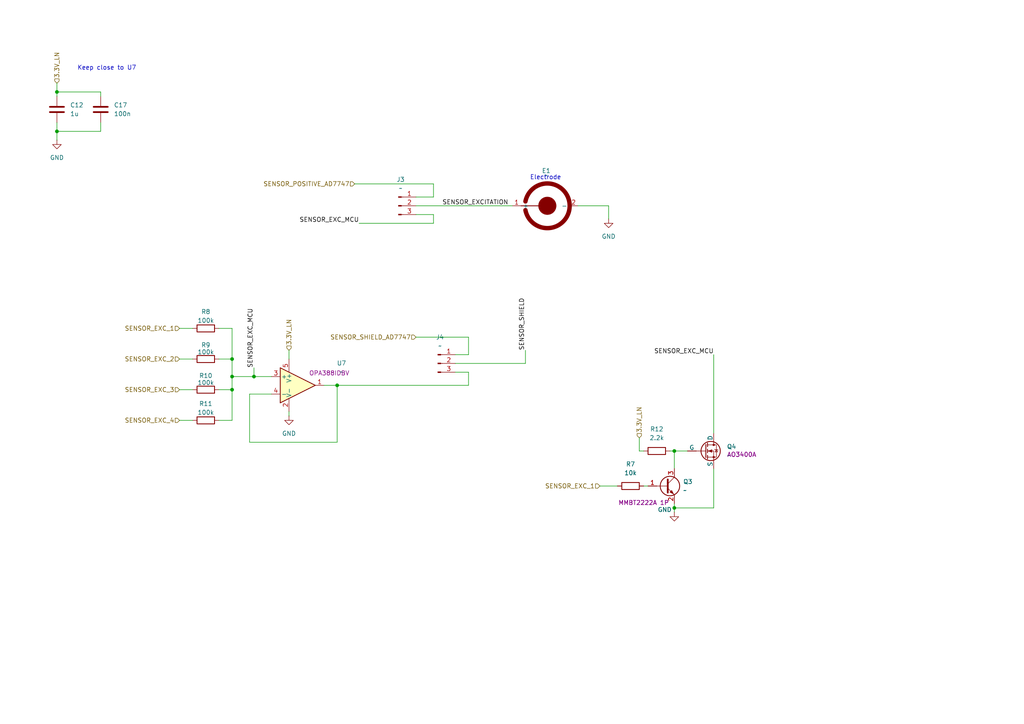
<source format=kicad_sch>
(kicad_sch (version 20250114) (generator "eeschema") (generator_version "9.0")
  (paper "A4")
  (title_block (title "${SHEETNAME}") (rev "${VERSION}") (company "${COMPANY}"))
  (lib_symbols
    (symbol "symbols:BC847" (pin_names (offset 0) (hide yes))
      (property "Reference" "Q" (at 5.08 1.905 0))
      (property "Value" "BC847" (at 5.08 0 0))
      (symbol "BC847_0_1"
        (polyline (pts (xy -2.54 0) (xy 0.635 0)))
        (polyline (pts (xy 0.635 1.905) (xy 0.635 -1.905)) (stroke (width 0.508)))
        (circle (center 1.27 0) (radius 2.8194) (stroke (width 0.254)))
      )
      (symbol "BC847_1_1"
        (polyline (pts (xy 0.635 0.635) (xy 2.54 2.54)))
        (polyline (pts (xy 0.635 -0.635) (xy 2.54 -2.54)))
        (polyline (pts (xy 1.27 -1.778) (xy 1.778 -1.27) (xy 2.286 -2.286) (xy 1.27 -1.778)) (fill (type outline)))
        (pin input line (at -5.08 0 0) (length 2.54) (name "B") (number "1"))
        (pin passive line (at 2.54 5.08 270) (length 2.54) (name "C") (number "3"))
        (pin passive line (at 2.54 -5.08 90) (length 2.54) (name "E") (number "2"))
      )
    )
    (symbol "symbols:C" (pin_numbers (hide yes)) (pin_names (offset 0.254))
      (property "Reference" "C" (at 0.635 2.54 0))
      (property "Value" "C" (at 0.635 -2.54 0))
      (symbol "C_0_1"
        (polyline (pts (xy -2.032 0.762) (xy 2.032 0.762)) (stroke (width 0.508)))
        (polyline (pts (xy -2.032 -0.762) (xy 2.032 -0.762)) (stroke (width 0.508)))
      )
      (symbol "C_1_1"
        (pin passive line (at 0 3.81 270) (length 2.794) (name "~") (number "1"))
        (pin passive line (at 0 -3.81 90) (length 2.794) (name "~") (number "2"))
      )
    )
    (symbol "symbols:CapacitiveElectrode-2_electrodes"
      (property "Reference" "E" (at 0 0 0))
      (symbol "CapacitiveElectrode-2_electrodes_1_1"
        (polyline (pts (xy -7.62 0) (xy -2.54 0)) (stroke (width 0.254)))
        (arc (start -6.35 1.27) (mid 6.4758 0) (end -6.35 -1.27) (stroke (width 1.27)))
        (circle (center 0 0) (radius 2.54) (fill (type outline)))
        (pin input line (at -10.16 0 0) (length 2.54) (name "+") (number "1"))
        (pin input line (at 8.89 0 180) (length 2.54) (name "-") (number "2"))
      )
    )
    (symbol "symbols:Conn_01x03_Pin" (pin_names (offset 1.016) (hide yes))
      (property "Reference" "J" (at 0 5.08 0))
      (property "Value" "Conn_01x03_Pin" (at 0 -5.08 0))
      (symbol "Conn_01x03_Pin_1_1"
        (rectangle (start 0.8636 2.667) (end 0 2.413) (stroke (width 0.1524)) (fill (type outline)))
        (rectangle (start 0.8636 0.127) (end 0 -0.127) (stroke (width 0.1524)) (fill (type outline)))
        (rectangle (start 0.8636 -2.413) (end 0 -2.667) (stroke (width 0.1524)) (fill (type outline)))
        (polyline (pts (xy 1.27 2.54) (xy 0.8636 2.54)) (stroke (width 0.1524)))
        (polyline (pts (xy 1.27 0) (xy 0.8636 0)) (stroke (width 0.1524)))
        (polyline (pts (xy 1.27 -2.54) (xy 0.8636 -2.54)) (stroke (width 0.1524)))
        (pin passive line (at 5.08 2.54 180) (length 3.81) (name "Pin_1") (number "1"))
        (pin passive line (at 5.08 0 180) (length 3.81) (name "Pin_2") (number "2"))
        (pin passive line (at 5.08 -2.54 180) (length 3.81) (name "Pin_3") (number "3"))
      )
    )
    (symbol "symbols:GND" (power) (pin_numbers (hide yes)) (pin_names (offset 0) (hide yes))
      (property "Value" "GND" (at 0 -3.81 0))
      (symbol "GND_0_1"
        (polyline (pts (xy 0 0) (xy 0 -1.27) (xy 1.27 -1.27) (xy 0 -2.54) (xy -1.27 -1.27) (xy 0 -1.27)))
      )
      (symbol "GND_1_1"
        (pin power_in line (at 0 0 270) (length 0) (name "~") (number "1"))
      )
    )
    (symbol "symbols:NMOS" (pin_numbers (hide yes)) (pin_names (offset 0))
      (property "Reference" "Q" (at 5.08 1.27 0))
      (property "Value" "NMOS" (at 5.08 -1.27 0))
      (symbol "NMOS_0_1"
        (polyline (pts (xy 0.254 1.905) (xy 0.254 -1.905)) (stroke (width 0.254)))
        (polyline (pts (xy 0.254 0) (xy -2.54 0)))
        (polyline (pts (xy 0.762 2.286) (xy 0.762 1.27)) (stroke (width 0.254)))
        (polyline (pts (xy 0.762 0.508) (xy 0.762 -0.508)) (stroke (width 0.254)))
        (polyline (pts (xy 0.762 -1.27) (xy 0.762 -2.286)) (stroke (width 0.254)))
        (polyline (pts (xy 0.762 -1.778) (xy 3.302 -1.778) (xy 3.302 1.778) (xy 0.762 1.778)))
        (polyline (pts (xy 1.016 0) (xy 2.032 0.381) (xy 2.032 -0.381) (xy 1.016 0)) (fill (type outline)))
        (circle (center 1.651 0) (radius 2.794) (stroke (width 0.254)))
        (polyline (pts (xy 2.54 2.54) (xy 2.54 1.778)))
        (circle (center 2.54 1.778) (radius 0.254) (fill (type outline)))
        (circle (center 2.54 -1.778) (radius 0.254) (fill (type outline)))
        (polyline (pts (xy 2.54 -2.54) (xy 2.54 0) (xy 0.762 0)))
        (polyline (pts (xy 2.794 0.508) (xy 2.921 0.381) (xy 3.683 0.381) (xy 3.81 0.254)))
        (polyline (pts (xy 3.302 0.381) (xy 2.921 -0.254) (xy 3.683 -0.254) (xy 3.302 0.381)))
      )
      (symbol "NMOS_1_1"
        (pin input line (at -5.08 0 0) (length 2.54) (name "G") (number "2"))
        (pin passive line (at 2.54 5.08 270) (length 2.54) (name "D") (number "1"))
        (pin passive line (at 2.54 -5.08 90) (length 2.54) (name "S") (number "3"))
      )
    )
    (symbol "symbols:OPAMP" (pin_names (offset 0.254))
      (property "Reference" "U7" (at 7.62 5.0486 0))
      (property "Value" "OPA388IDBV" (at 7.62 3.1435 0))
      (symbol "OPAMP_0_1"
        (polyline (pts (xy 5.08 0) (xy -5.08 5.08) (xy -5.08 -5.08) (xy 5.08 0)) (stroke (width 0.254)) (fill (type background)))
      )
      (symbol "OPAMP_1_1"
        (pin input line (at -7.62 2.54 0) (length 2.54) (name "+") (number "3"))
        (pin input line (at -7.62 -2.54 0) (length 2.54) (name "-") (number "4"))
        (pin power_in line (at -2.54 7.62 270) (length 3.81) (name "V+") (number "5"))
        (pin power_in line (at -2.54 -7.62 90) (length 3.81) (name "V-") (number "2"))
        (pin output line (at 7.62 0 180) (length 2.54) (name "~") (number "1"))
      )
    )
    (symbol "symbols:R" (pin_numbers (hide yes)) (pin_names (offset 0))
      (property "Reference" "R" (at 2.032 0 90))
      (property "Value" "R" (at 0 0 90))
      (symbol "R_0_1"
        (rectangle (start -1.016 -2.54) (end 1.016 2.54) (stroke (width 0.254)))
      )
      (symbol "R_1_1"
        (pin passive line (at 0 3.81 270) (length 1.27) (name "~") (number "1"))
        (pin passive line (at 0 -3.81 90) (length 1.27) (name "~") (number "2"))
      )
    )
  )
  (text "Keep close to U7\n\n\n\n" (at 30.988 22.86 0) (effects (font (size 1.27 1.27))))
  (text "Electrode" (at 158.242 51.562 0) (effects (font (size 1.27 1.27))))
  (junction (at 67.31 109.22))
  (junction (at 195.58 130.81))
  (junction (at 195.58 147.32))
  (junction (at 16.51 26.67))
  (junction (at 16.51 38.1))
  (junction (at 67.31 113.03))
  (junction (at 73.66 109.22))
  (junction (at 67.31 104.14))
  (junction (at 97.79 111.76))
  (wire (pts (xy 173.99 140.97) (xy 179.07 140.97)))
  (wire (pts (xy 176.53 63.5) (xy 176.53 59.69)))
  (wire (pts (xy 195.58 147.32) (xy 207.01 147.32)))
  (wire (pts (xy 195.58 146.05) (xy 195.58 147.32)))
  (wire (pts (xy 104.14 64.77) (xy 125.73 64.77)))
  (wire (pts (xy 67.31 95.25) (xy 63.5 95.25)))
  (wire (pts (xy 195.58 130.81) (xy 199.39 130.81)))
  (wire (pts (xy 63.5 113.03) (xy 67.31 113.03)))
  (wire (pts (xy 97.79 111.76) (xy 93.98 111.76)))
  (wire (pts (xy 67.31 109.22) (xy 73.66 109.22)))
  (wire (pts (xy 52.07 113.03) (xy 55.88 113.03)))
  (wire (pts (xy 52.07 104.14) (xy 55.88 104.14)))
  (wire (pts (xy 97.79 111.76) (xy 135.89 111.76)))
  (wire (pts (xy 125.73 62.23) (xy 125.73 64.77)))
  (wire (pts (xy 73.66 106.68) (xy 73.66 109.22)))
  (wire (pts (xy 207.01 102.87) (xy 207.01 125.73)))
  (wire (pts (xy 67.31 113.03) (xy 67.31 109.22)))
  (wire (pts (xy 135.89 111.76) (xy 135.89 107.95)))
  (wire (pts (xy 16.51 24.13) (xy 16.51 26.67)))
  (wire (pts (xy 120.65 57.15) (xy 125.73 57.15)))
  (wire (pts (xy 186.69 130.81) (xy 185.42 130.81)))
  (wire (pts (xy 194.31 130.81) (xy 195.58 130.81)))
  (wire (pts (xy 52.07 121.92) (xy 55.88 121.92)))
  (wire (pts (xy 67.31 109.22) (xy 67.31 104.14)))
  (wire (pts (xy 67.31 121.92) (xy 67.31 113.03)))
  (wire (pts (xy 83.82 119.38) (xy 83.82 120.65)))
  (wire (pts (xy 16.51 26.67) (xy 29.21 26.67)))
  (wire (pts (xy 16.51 26.67) (xy 16.51 27.94)))
  (wire (pts (xy 135.89 102.87) (xy 135.89 97.79)))
  (wire (pts (xy 67.31 104.14) (xy 67.31 95.25)))
  (wire (pts (xy 63.5 104.14) (xy 67.31 104.14)))
  (wire (pts (xy 120.65 62.23) (xy 125.73 62.23)))
  (wire (pts (xy 63.5 121.92) (xy 67.31 121.92)))
  (wire (pts (xy 29.21 38.1) (xy 16.51 38.1)))
  (wire (pts (xy 125.73 53.34) (xy 125.73 57.15)))
  (wire (pts (xy 16.51 35.56) (xy 16.51 38.1)))
  (wire (pts (xy 152.4 101.6) (xy 152.4 105.41)))
  (wire (pts (xy 29.21 35.56) (xy 29.21 38.1)))
  (wire (pts (xy 72.39 114.3) (xy 72.39 128.27)))
  (wire (pts (xy 83.82 101.6) (xy 83.82 104.14)))
  (wire (pts (xy 78.74 114.3) (xy 72.39 114.3)))
  (wire (pts (xy 120.65 97.79) (xy 135.89 97.79)))
  (wire (pts (xy 132.08 102.87) (xy 135.89 102.87)))
  (wire (pts (xy 195.58 130.81) (xy 195.58 135.89)))
  (wire (pts (xy 195.58 147.32) (xy 195.58 148.59)))
  (wire (pts (xy 186.69 140.97) (xy 187.96 140.97)))
  (wire (pts (xy 132.08 105.41) (xy 152.4 105.41)))
  (wire (pts (xy 120.65 59.69) (xy 148.59 59.69)))
  (wire (pts (xy 29.21 27.94) (xy 29.21 26.67)))
  (wire (pts (xy 135.89 107.95) (xy 132.08 107.95)))
  (wire (pts (xy 73.66 109.22) (xy 78.74 109.22)))
  (wire (pts (xy 16.51 38.1) (xy 16.51 40.64)))
  (wire (pts (xy 97.79 128.27) (xy 97.79 111.76)))
  (wire (pts (xy 185.42 127) (xy 185.42 130.81)))
  (wire (pts (xy 102.87 53.34) (xy 125.73 53.34)))
  (wire (pts (xy 52.07 95.25) (xy 55.88 95.25)))
  (wire (pts (xy 72.39 128.27) (xy 97.79 128.27)))
  (wire (pts (xy 207.01 135.89) (xy 207.01 147.32)))
  (wire (pts (xy 167.64 59.69) (xy 176.53 59.69)))
  (label "SENSOR_SHIELD" (at 152.4 101.6 90))
  (label "SENSOR_EXC_MCU" (at 73.66 106.68 90))
  (label "SENSOR_EXC_MCU" (at 104.14 64.77 180))
  (label "SENSOR_EXCITATION" (at 128.27 59.69 0))
  (label "SENSOR_EXC_MCU" (at 207.01 102.87 180))
  (hierarchical_label "3.3V_LN" (shape input) (at 185.42 127 90))
  (hierarchical_label "SENSOR_EXC_3" (shape input) (at 52.07 113.03 180))
  (hierarchical_label "SENSOR_EXC_1" (shape input) (at 52.07 95.25 180))
  (hierarchical_label "SENSOR_SHIELD_AD7747" (shape input) (at 120.65 97.79 180))
  (hierarchical_label "SENSOR_EXC_1" (shape input) (at 173.99 140.97 180))
  (hierarchical_label "3.3V_LN" (shape input) (at 83.82 101.6 90))
  (hierarchical_label "SENSOR_EXC_4" (shape input) (at 52.07 121.92 180))
  (hierarchical_label "SENSOR_EXC_2" (shape input) (at 52.07 104.14 180))
  (hierarchical_label "SENSOR_POSITIVE_AD7747" (shape input) (at 102.87 53.34 180))
  (hierarchical_label "3.3V_LN" (shape input) (at 16.51 24.13 90))
  (symbol (lib_id "symbols:GND") (at 195.58 148.59 0) (unit 1)
    (property "Reference" "#PWR028" (effects (hide yes)))
    (property "Value" "GND" (at 192.786 147.828 0))
    (property "Description" "Power symbol creates a global label with name \"GND\" , ground" (effects (hide yes)))
  )
  (symbol (lib_id "symbols:OPAMP") (at 86.36 111.76 0) (unit 1)
    (property "Reference" "U7" (at 99.06 105.3398 0))
    (property "Value" "~" (at 99.06 107.8798 0))
    (property "Footprint" "footprints:SOT-23-5" (effects (hide yes)))
    (property "Datasheet" "https://ngspice.sourceforge.io/docs/ngspice-html-manual/manual.xhtml#sec__SUBCKT_Subcircuits" (effects (hide yes)))
    (property "Description" "Operational amplifier, single" (effects (hide yes)))
    (property "MPN" "OPA388IDBV" (at 95.504 108.204 0))
    (property "LCSC" "C1850240" (effects (hide yes)))
    (property "Sim.Pins" "1=in+ 2=in- 3=vcc 4=vee 5=out" (effects (hide yes)))
    (property "Sim.Device" "SUBCKT" (effects (hide yes)))
    (property "Sim.Library" "${KICAD8_SYMBOL_DIR}/Simulation_SPICE.sp" (effects (hide yes)))
    (property "Sim.Name" "kicad_builtin_opamp" (effects (hide yes)))
  )
  (symbol (lib_id "symbols:GND") (at 16.51 40.64 0) (unit 1)
    (property "Reference" "#PWR026" (effects (hide yes)))
    (property "Value" "GND" (at 16.51 45.72 0))
    (property "Description" "Power symbol creates a global label with name \"GND\" , ground" (effects (hide yes)))
  )
  (symbol (lib_id "symbols:R") (at 182.88 140.97 90) (unit 1)
    (property "Reference" "R7" (at 182.88 134.62 90))
    (property "Value" "10k" (at 182.88 137.16 90))
    (property "Footprint" "footprints:R_0603_1608Metric" (effects (hide yes)))
    (property "Description" "Resistor" (effects (hide yes)))
    (property "LCSC" "C25804" (effects (hide yes)))
  )
  (symbol (lib_id "symbols:R") (at 59.69 113.03 90) (unit 1)
    (property "Reference" "R10" (at 59.69 108.966 90))
    (property "Value" "100k" (at 59.69 110.998 90))
    (property "Footprint" "footprints:R_0603_1608Metric" (effects (hide yes)))
    (property "Description" "Resistor" (effects (hide yes)))
    (property "LCSC" "C25803" (effects (hide yes)))
  )
  (symbol (lib_id "symbols:R") (at 59.69 104.14 90) (unit 1)
    (property "Reference" "R9" (at 59.69 100.076 90))
    (property "Value" "100k" (at 59.69 102.108 90))
    (property "Footprint" "footprints:R_0603_1608Metric" (effects (hide yes)))
    (property "Description" "Resistor" (effects (hide yes)))
    (property "LCSC" "C25803" (effects (hide yes)))
  )
  (symbol (lib_id "symbols:R") (at 190.5 130.81 90) (unit 1)
    (property "Reference" "R12" (at 190.5 124.46 90))
    (property "Value" "2.2k" (at 190.5 127 90))
    (property "Footprint" "footprints:R_0603_1608Metric" (effects (hide yes)))
    (property "Description" "Resistor" (effects (hide yes)))
    (property "LCSC" "C4190" (effects (hide yes)))
  )
  (symbol (lib_id "symbols:NMOS") (at 204.47 130.81 0) (unit 1)
    (property "Reference" "Q4" (at 210.82 129.5399 0) (effects (justify left)))
    (property "Value" "~" (at 210.82 132.0799 0) (effects (justify left)))
    (property "Footprint" "footprints:SOT-23" (effects (hide yes)))
    (property "Datasheet" "https://ngspice.sourceforge.io/docs/ngspice-html-manual/manual.xhtml#cha_MOSFETs" (effects (hide yes)))
    (property "Description" "N-MOSFET transistor, drain/source/gate" (effects (hide yes)))
    (property "Sim.Device" "NMOS" (effects (hide yes)))
    (property "Sim.Pins" "1=D 2=G 3=S" (effects (hide yes)))
    (property "LCSC" "C20917" (effects (hide yes)))
    (property "Sim.Type" "VDMOS" (effects (hide yes)))
    (property "MPN" "AO3400A" (at 215.138 131.826 0))
  )
  (symbol (lib_id "symbols:Conn_01x03_Pin") (at 115.57 59.69 0) (unit 1)
    (property "Reference" "J3" (at 116.205 52.07 0))
    (property "Value" "~" (at 116.205 54.61 0))
    (property "Footprint" "footprints:PinHeader_1x03_P2.54mm_Vertical" (effects (hide yes)))
    (property "Description" "Generic connector, single row, 01x03, script generated" (effects (hide yes)))
    (property "LCSC" "C5383112" (effects (hide yes)))
    (property "MPN" "2541WV-03P" (effects (hide yes)))
  )
  (symbol (lib_id "symbols:BC847") (at 193.04 140.97 0) (unit 1)
    (property "Reference" "Q3" (at 198.12 139.6999 0) (effects (justify left)))
    (property "Value" "~" (at 198.12 142.2399 0) (effects (justify left)))
    (property "Footprint" "footprints:SOT-23" (effects (hide yes)))
    (property "Datasheet" "http://www.infineon.com/dgdl/Infineon-BC847SERIES_BC848SERIES_BC849SERIES_BC850SERIES-DS-v01_01-en.pdf?fileId=db3a304314dca389011541d4630a1657" (effects (hide yes)))
    (property "Description" "0.1A Ic, 45V Vce, NPN Transistor, SOT-23" (effects (hide yes)))
    (property "Sim.Device" "NPN" (effects (hide yes)))
    (property "Sim.Type" "GUMMELPOON" (effects (hide yes)))
    (property "Sim.Pins" "C=C B=B E=E" (effects (hide yes)))
    (property "LCSC" "C8512" (effects (hide yes)))
    (property "MPN" "MMBT2222A 1P" (at 186.69 145.796 0))
  )
  (symbol (lib_id "symbols:Conn_01x03_Pin") (at 127 105.41 0) (unit 1)
    (property "Reference" "J4" (at 127.635 97.79 0))
    (property "Value" "~" (at 127.635 100.33 0))
    (property "Footprint" "footprints:PinHeader_1x03_P2.54mm_Vertical" (effects (hide yes)))
    (property "Description" "Generic connector, single row, 01x03, script generated" (effects (hide yes)))
    (property "LCSC" "C5383112" (effects (hide yes)))
    (property "MPN" "2541WV-03P" (effects (hide yes)))
  )
  (symbol (lib_id "symbols:R") (at 59.69 95.25 90) (unit 1)
    (property "Reference" "R8" (at 59.69 90.424 90))
    (property "Value" "100k" (at 59.69 92.964 90))
    (property "Footprint" "footprints:R_0603_1608Metric" (effects (hide yes)))
    (property "Description" "Resistor" (effects (hide yes)))
    (property "LCSC" "C25803" (effects (hide yes)))
  )
  (symbol (lib_id "symbols:R") (at 59.69 121.92 90) (unit 1)
    (property "Reference" "R11" (at 59.69 117.094 90))
    (property "Value" "100k" (at 59.69 119.634 90))
    (property "Footprint" "footprints:R_0603_1608Metric" (effects (hide yes)))
    (property "Description" "Resistor" (effects (hide yes)))
    (property "LCSC" "C25803" (effects (hide yes)))
  )
  (symbol (lib_id "symbols:GND") (at 176.53 63.5 0) (unit 1)
    (property "Reference" "#PWR032" (effects (hide yes)))
    (property "Value" "GND" (at 176.53 68.58 0))
    (property "Description" "Power symbol creates a global label with name \"GND\" , ground" (effects (hide yes)))
  )
  (symbol (lib_id "symbols:C") (at 29.21 31.75 0) (unit 1)
    (property "Reference" "C17" (at 33.02 30.4799 0) (effects (justify left)))
    (property "Value" "100n" (at 33.02 33.0199 0) (effects (justify left)))
    (property "Footprint" "footprints:C_0603_1608Metric" (effects (hide yes)))
    (property "Description" "10V" (effects (hide yes)))
    (property "LCSC" "C14663" (effects (hide yes)))
  )
  (symbol (lib_id "symbols:C") (at 16.51 31.75 0) (unit 1)
    (property "Reference" "C12" (at 20.32 30.4799 0) (effects (justify left)))
    (property "Value" "1u" (at 20.32 33.0199 0) (effects (justify left)))
    (property "Footprint" "footprints:C_0603_1608Metric" (effects (hide yes)))
    (property "Description" "10V" (effects (hide yes)))
    (property "LCSC" "C15849" (effects (hide yes)))
  )
  (symbol (lib_id "symbols:CapacitiveElectrode-2_electrodes") (at 158.75 59.69 0) (unit 1) (in_bom no)
    (property "Reference" "E1" (at 158.4319 49.53 0))
    (property "Value" "~" (at 158.4319 50.8 0))
    (property "Footprint" "footprints:CapacitiveElectrode-round_20mmx70mm" (effects (hide yes)))
  )
  (symbol (lib_id "symbols:GND") (at 83.82 120.65 0) (unit 1)
    (property "Reference" "#PWR029" (effects (hide yes)))
    (property "Value" "GND" (at 83.82 125.73 0))
    (property "Description" "Power symbol creates a global label with name \"GND\" , ground" (effects (hide yes)))
  )
)
</source>
